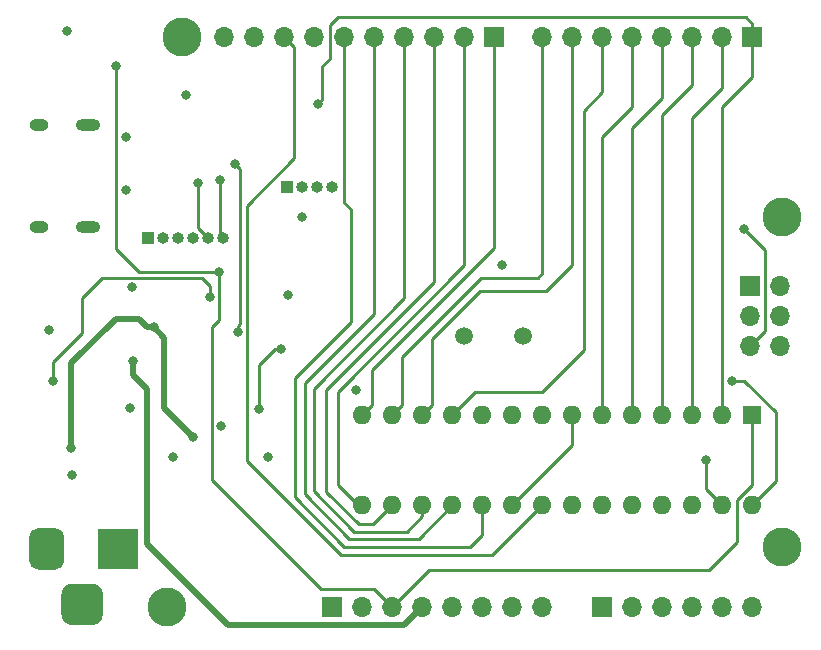
<source format=gbr>
G04 #@! TF.GenerationSoftware,KiCad,Pcbnew,(5.1.9)-1*
G04 #@! TF.CreationDate,2021-03-23T22:38:23+04:00*
G04 #@! TF.ProjectId,stormduino Rev2,73746f72-6d64-4756-996e-6f2052657632,rev?*
G04 #@! TF.SameCoordinates,Original*
G04 #@! TF.FileFunction,Copper,L4,Bot*
G04 #@! TF.FilePolarity,Positive*
%FSLAX46Y46*%
G04 Gerber Fmt 4.6, Leading zero omitted, Abs format (unit mm)*
G04 Created by KiCad (PCBNEW (5.1.9)-1) date 2021-03-23 22:38:23*
%MOMM*%
%LPD*%
G01*
G04 APERTURE LIST*
G04 #@! TA.AperFunction,ComponentPad*
%ADD10O,1.000000X1.000000*%
G04 #@! TD*
G04 #@! TA.AperFunction,ComponentPad*
%ADD11R,1.000000X1.000000*%
G04 #@! TD*
G04 #@! TA.AperFunction,ComponentPad*
%ADD12C,1.500000*%
G04 #@! TD*
G04 #@! TA.AperFunction,ComponentPad*
%ADD13O,2.100000X1.000000*%
G04 #@! TD*
G04 #@! TA.AperFunction,ComponentPad*
%ADD14O,1.600000X1.000000*%
G04 #@! TD*
G04 #@! TA.AperFunction,ComponentPad*
%ADD15O,1.700000X1.700000*%
G04 #@! TD*
G04 #@! TA.AperFunction,ComponentPad*
%ADD16R,1.700000X1.700000*%
G04 #@! TD*
G04 #@! TA.AperFunction,ComponentPad*
%ADD17R,1.600000X1.600000*%
G04 #@! TD*
G04 #@! TA.AperFunction,ComponentPad*
%ADD18O,1.600000X1.600000*%
G04 #@! TD*
G04 #@! TA.AperFunction,ComponentPad*
%ADD19R,3.500000X3.500000*%
G04 #@! TD*
G04 #@! TA.AperFunction,ViaPad*
%ADD20C,3.300000*%
G04 #@! TD*
G04 #@! TA.AperFunction,ViaPad*
%ADD21C,0.800000*%
G04 #@! TD*
G04 #@! TA.AperFunction,Conductor*
%ADD22C,0.250000*%
G04 #@! TD*
G04 #@! TA.AperFunction,Conductor*
%ADD23C,0.500000*%
G04 #@! TD*
G04 APERTURE END LIST*
D10*
X128402080Y-65026540D03*
X127132080Y-65026540D03*
X125862080Y-65026540D03*
X124592080Y-65026540D03*
X123322080Y-65026540D03*
D11*
X122052080Y-65026540D03*
D10*
X137604500Y-60706000D03*
X136334500Y-60706000D03*
X135064500Y-60706000D03*
D11*
X133794500Y-60706000D03*
D12*
X153797000Y-73342500D03*
X148797000Y-73342500D03*
D13*
X116985500Y-64137000D03*
X116985500Y-55497000D03*
D14*
X112805500Y-55497000D03*
X112805500Y-64137000D03*
D15*
X175577500Y-74168000D03*
X173037500Y-74168000D03*
X175577500Y-71628000D03*
X173037500Y-71628000D03*
X175577500Y-69088000D03*
D16*
X173037500Y-69088000D03*
D17*
X173228000Y-80010000D03*
D18*
X140208000Y-87630000D03*
X170688000Y-80010000D03*
X142748000Y-87630000D03*
X168148000Y-80010000D03*
X145288000Y-87630000D03*
X165608000Y-80010000D03*
X147828000Y-87630000D03*
X163068000Y-80010000D03*
X150368000Y-87630000D03*
X160528000Y-80010000D03*
X152908000Y-87630000D03*
X157988000Y-80010000D03*
X155448000Y-87630000D03*
X155448000Y-80010000D03*
X157988000Y-87630000D03*
X152908000Y-80010000D03*
X160528000Y-87630000D03*
X150368000Y-80010000D03*
X163068000Y-87630000D03*
X147828000Y-80010000D03*
X165608000Y-87630000D03*
X145288000Y-80010000D03*
X168148000Y-87630000D03*
X142748000Y-80010000D03*
X170688000Y-87630000D03*
X140208000Y-80010000D03*
X173228000Y-87630000D03*
G04 #@! TA.AperFunction,ComponentPad*
G36*
G01*
X114731600Y-96938800D02*
X114731600Y-95188800D01*
G75*
G02*
X115606600Y-94313800I875000J0D01*
G01*
X117356600Y-94313800D01*
G75*
G02*
X118231600Y-95188800I0J-875000D01*
G01*
X118231600Y-96938800D01*
G75*
G02*
X117356600Y-97813800I-875000J0D01*
G01*
X115606600Y-97813800D01*
G75*
G02*
X114731600Y-96938800I0J875000D01*
G01*
G37*
G04 #@! TD.AperFunction*
G04 #@! TA.AperFunction,ComponentPad*
G36*
G01*
X111981600Y-92363800D02*
X111981600Y-90363800D01*
G75*
G02*
X112731600Y-89613800I750000J0D01*
G01*
X114231600Y-89613800D01*
G75*
G02*
X114981600Y-90363800I0J-750000D01*
G01*
X114981600Y-92363800D01*
G75*
G02*
X114231600Y-93113800I-750000J0D01*
G01*
X112731600Y-93113800D01*
G75*
G02*
X111981600Y-92363800I0J750000D01*
G01*
G37*
G04 #@! TD.AperFunction*
D19*
X119481600Y-91363800D03*
D16*
X137668000Y-96266000D03*
D15*
X140208000Y-96266000D03*
X142748000Y-96266000D03*
X145288000Y-96266000D03*
X147828000Y-96266000D03*
X150368000Y-96266000D03*
X152908000Y-96266000D03*
X155448000Y-96266000D03*
X128524000Y-48006000D03*
X131064000Y-48006000D03*
X133604000Y-48006000D03*
X136144000Y-48006000D03*
X138684000Y-48006000D03*
X141224000Y-48006000D03*
X143764000Y-48006000D03*
X146304000Y-48006000D03*
X148844000Y-48006000D03*
D16*
X151384000Y-48006000D03*
D15*
X155448000Y-48006000D03*
X157988000Y-48006000D03*
X160528000Y-48006000D03*
X163068000Y-48006000D03*
X165608000Y-48006000D03*
X168148000Y-48006000D03*
X170688000Y-48006000D03*
D16*
X173228000Y-48006000D03*
D15*
X173228000Y-96266000D03*
X170688000Y-96266000D03*
X168148000Y-96266000D03*
X165608000Y-96266000D03*
X163068000Y-96266000D03*
D16*
X160528000Y-96266000D03*
D20*
X175768000Y-91186000D03*
X175768000Y-63246000D03*
X124968000Y-48006000D03*
X123698000Y-96266000D03*
D21*
X133350000Y-74422000D03*
X115570000Y-82804000D03*
X122555000Y-72593200D03*
X114046000Y-77139800D03*
X125857001Y-81889601D03*
X127280510Y-70073057D03*
X131445000Y-79502000D03*
X120200000Y-61000000D03*
X120200000Y-56500000D03*
X139700000Y-77900000D03*
X113700000Y-72800000D03*
X133900000Y-69900000D03*
X135100000Y-63300000D03*
X125300000Y-52900000D03*
X152000000Y-67300000D03*
X115600000Y-85100000D03*
X124200000Y-83600000D03*
X120700000Y-69200000D03*
X128270000Y-80924400D03*
X132181600Y-83616800D03*
X115166000Y-47534000D03*
X120500000Y-79400000D03*
X129667000Y-73025000D03*
X120777000Y-75438000D03*
X129410000Y-58801328D03*
X172516800Y-64312800D03*
X119380000Y-50482500D03*
X128079500Y-67881500D03*
X136417050Y-53676550D03*
X169341802Y-83845400D03*
X171526200Y-77114400D03*
X126309120Y-60398660D03*
X128177586Y-60139980D03*
D22*
X157988000Y-82550000D02*
X152908000Y-87630000D01*
X157988000Y-80010000D02*
X157988000Y-82550000D01*
D23*
X123444000Y-73482200D02*
X122555000Y-72593200D01*
X125857001Y-81889601D02*
X123444000Y-79476600D01*
X123444000Y-79476600D02*
X123444000Y-73482200D01*
D22*
X131445000Y-78936315D02*
X131445000Y-79502000D01*
X131445000Y-75761315D02*
X131445000Y-78936315D01*
X132784315Y-74422000D02*
X131445000Y-75761315D01*
X133350000Y-74422000D02*
X132784315Y-74422000D01*
D23*
X115570000Y-80391000D02*
X115570000Y-82804000D01*
X115570000Y-75630000D02*
X115570000Y-80391000D01*
X119318000Y-71882000D02*
X115570000Y-75630000D01*
X121278115Y-71882000D02*
X119318000Y-71882000D01*
X121989315Y-72593200D02*
X121278115Y-71882000D01*
X122555000Y-72593200D02*
X121989315Y-72593200D01*
D22*
X127280510Y-69076410D02*
X127280510Y-70073057D01*
X118198900Y-68407280D02*
X126611380Y-68407280D01*
X116500000Y-70106180D02*
X118198900Y-68407280D01*
X116500000Y-73100000D02*
X116500000Y-70106180D01*
X126611380Y-68407280D02*
X127280510Y-69076410D01*
X114046000Y-75554000D02*
X116500000Y-73100000D01*
X114046000Y-77139800D02*
X114046000Y-75554000D01*
X129667000Y-73025000D02*
X129667000Y-72459315D01*
X129809999Y-59201327D02*
X129410000Y-58801328D01*
X129809999Y-72316316D02*
X129809999Y-59201327D01*
X129667000Y-72459315D02*
X129809999Y-72316316D01*
D23*
X143713200Y-97840800D02*
X128854200Y-97840800D01*
X145288000Y-96266000D02*
X143713200Y-97840800D01*
X120777000Y-76682600D02*
X120777000Y-75438000D01*
X128854200Y-97840800D02*
X121945400Y-90932000D01*
X121945400Y-90932000D02*
X121945400Y-77851000D01*
X121945400Y-77851000D02*
X120777000Y-76682600D01*
D22*
X173887499Y-73318001D02*
X173037500Y-74168000D01*
X174294800Y-72910700D02*
X173887499Y-73318001D01*
X174294800Y-66090800D02*
X174294800Y-72910700D01*
X172516800Y-64312800D02*
X174294800Y-66090800D01*
X173228000Y-80010000D02*
X173228000Y-85915500D01*
X173228000Y-85915500D02*
X171958000Y-87185500D01*
X171958000Y-87185500D02*
X171958000Y-90741500D01*
X169538499Y-93161001D02*
X171958000Y-90741500D01*
X145852999Y-93161001D02*
X169538499Y-93161001D01*
X142748000Y-96266000D02*
X145852999Y-93161001D01*
X127475001Y-72607001D02*
X128079500Y-72002502D01*
X127475001Y-85488801D02*
X127475001Y-72607001D01*
X136728200Y-94742000D02*
X127475001Y-85488801D01*
X141224000Y-94742000D02*
X136728200Y-94742000D01*
X142748000Y-96266000D02*
X141224000Y-94742000D01*
X128079500Y-72002502D02*
X128079500Y-68447185D01*
X128079500Y-68447185D02*
X128079500Y-67881500D01*
X121305320Y-67881500D02*
X128079500Y-67881500D01*
X119380000Y-50482500D02*
X119380000Y-65956180D01*
X119380000Y-65956180D02*
X121305320Y-67881500D01*
X148844000Y-67310000D02*
X148844000Y-48006000D01*
X138112500Y-78041500D02*
X148844000Y-67310000D01*
X138112500Y-85915500D02*
X138112500Y-78041500D01*
X140208000Y-87630000D02*
X139827000Y-87630000D01*
X139827000Y-87630000D02*
X138112500Y-85915500D01*
X173164500Y-48069500D02*
X173228000Y-48006000D01*
X173164500Y-51435000D02*
X173164500Y-48069500D01*
X170688000Y-80010000D02*
X170688000Y-53911500D01*
X170688000Y-53911500D02*
X173164500Y-51435000D01*
X173228000Y-46906000D02*
X173228000Y-48006000D01*
X172664300Y-46342300D02*
X173228000Y-46906000D01*
X138137900Y-46342300D02*
X172664300Y-46342300D01*
X136417050Y-53676550D02*
X136817049Y-53276551D01*
X136817049Y-50483951D02*
X137439400Y-49861600D01*
X136817049Y-53276551D02*
X136817049Y-50483951D01*
X137439400Y-49861600D02*
X137439400Y-47040800D01*
X137439400Y-47040800D02*
X138137900Y-46342300D01*
X146304000Y-68770500D02*
X146304000Y-48006000D01*
X137160000Y-77914500D02*
X146304000Y-68770500D01*
X137160000Y-86550500D02*
X137160000Y-77914500D01*
X139890500Y-89281000D02*
X137160000Y-86550500D01*
X142748000Y-87630000D02*
X141097000Y-89281000D01*
X141097000Y-89281000D02*
X139890500Y-89281000D01*
X168148000Y-54864000D02*
X168148000Y-80010000D01*
X170688000Y-48006000D02*
X170688000Y-52324000D01*
X170688000Y-52324000D02*
X168148000Y-54864000D01*
X143764000Y-70104000D02*
X143764000Y-48006000D01*
X145288000Y-88582500D02*
X143954500Y-89916000D01*
X143954500Y-89916000D02*
X139509500Y-89916000D01*
X139509500Y-89916000D02*
X136080500Y-86487000D01*
X136080500Y-86487000D02*
X136080500Y-85519500D01*
X145288000Y-87630000D02*
X145288000Y-88582500D01*
X136080500Y-77787500D02*
X143764000Y-70104000D01*
X136080500Y-85519500D02*
X136080500Y-77787500D01*
X168148000Y-52070000D02*
X168148000Y-48006000D01*
X165608000Y-80010000D02*
X165608000Y-54610000D01*
X165608000Y-54610000D02*
X168148000Y-52070000D01*
X141224000Y-71437500D02*
X141224000Y-48006000D01*
X135318500Y-77343000D02*
X141224000Y-71437500D01*
X135318500Y-86741000D02*
X135318500Y-77343000D01*
X139065000Y-90487500D02*
X135318500Y-86741000D01*
X147828000Y-87630000D02*
X144970500Y-90487500D01*
X144970500Y-90487500D02*
X139065000Y-90487500D01*
X165608000Y-53149500D02*
X165608000Y-48006000D01*
X163068000Y-80010000D02*
X163068000Y-55689500D01*
X163068000Y-55689500D02*
X165608000Y-53149500D01*
X134493000Y-86995000D02*
X134493000Y-76898500D01*
X138684000Y-62039500D02*
X138684000Y-48006000D01*
X139255500Y-72136000D02*
X139255500Y-62611000D01*
X139255500Y-62611000D02*
X138684000Y-62039500D01*
X150368000Y-87630000D02*
X150368000Y-90170000D01*
X150368000Y-90170000D02*
X149352000Y-91186000D01*
X149352000Y-91186000D02*
X138684000Y-91186000D01*
X138684000Y-91186000D02*
X134493000Y-86995000D01*
X134493000Y-76898500D02*
X139255500Y-72136000D01*
X163068000Y-53911500D02*
X163068000Y-48006000D01*
X160528000Y-80010000D02*
X160528000Y-56451500D01*
X160528000Y-56451500D02*
X163068000Y-53911500D01*
X151193500Y-91884500D02*
X138366500Y-91884500D01*
X130429000Y-62290788D02*
X134453999Y-58265789D01*
X155448000Y-87630000D02*
X151193500Y-91884500D01*
X134453999Y-48855999D02*
X133604000Y-48006000D01*
X134453999Y-58265789D02*
X134453999Y-48855999D01*
X130429000Y-83947000D02*
X130429000Y-62290788D01*
X138366500Y-91884500D02*
X130429000Y-83947000D01*
X160528000Y-52705000D02*
X160528000Y-48006000D01*
X158940500Y-54292500D02*
X160528000Y-52705000D01*
X158940500Y-74549000D02*
X158940500Y-54292500D01*
X155384500Y-78105000D02*
X158940500Y-74549000D01*
X147828000Y-80010000D02*
X149733000Y-78105000D01*
X149733000Y-78105000D02*
X155384500Y-78105000D01*
X146087999Y-79210001D02*
X146087999Y-73622001D01*
X145288000Y-80010000D02*
X146087999Y-79210001D01*
X146087999Y-73622001D02*
X150177500Y-69532500D01*
X150177500Y-69532500D02*
X155765500Y-69532500D01*
X157988000Y-67310000D02*
X157988000Y-48006000D01*
X155765500Y-69532500D02*
X157988000Y-67310000D01*
X143547999Y-79210001D02*
X143547999Y-75082501D01*
X142748000Y-80010000D02*
X143547999Y-79210001D01*
X143547999Y-75082501D02*
X150241000Y-68389500D01*
X150241000Y-68389500D02*
X155067000Y-68389500D01*
X155448000Y-68008500D02*
X155448000Y-48006000D01*
X155067000Y-68389500D02*
X155448000Y-68008500D01*
X170688000Y-87630000D02*
X169341802Y-86283802D01*
X169341802Y-86283802D02*
X169341802Y-84411085D01*
X169341802Y-84411085D02*
X169341802Y-83845400D01*
X151384000Y-65849500D02*
X151384000Y-48006000D01*
X141007999Y-76225501D02*
X151384000Y-65849500D01*
X140208000Y-80010000D02*
X141007999Y-79210001D01*
X141007999Y-79210001D02*
X141007999Y-76225501D01*
X172091885Y-77114400D02*
X171526200Y-77114400D01*
X172517402Y-77114400D02*
X172091885Y-77114400D01*
X175209200Y-79806198D02*
X172517402Y-77114400D01*
X175209200Y-85648800D02*
X175209200Y-79806198D01*
X173228000Y-87630000D02*
X175209200Y-85648800D01*
X126309120Y-64203580D02*
X127132080Y-65026540D01*
X126309120Y-60398660D02*
X126309120Y-64203580D01*
X128177586Y-64802046D02*
X128402080Y-65026540D01*
X128177586Y-60139980D02*
X128177586Y-64802046D01*
M02*

</source>
